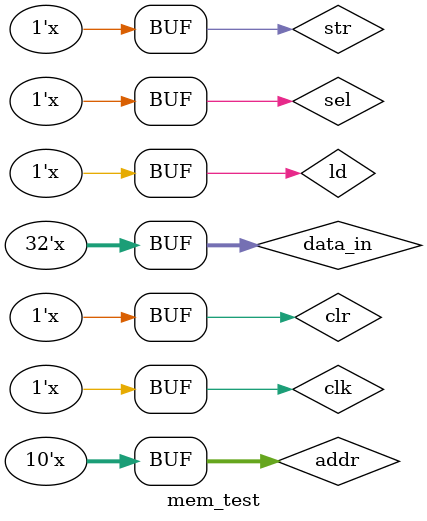
<source format=v>
`timescale 1ns / 1ps


module mem_test();
    reg [0:9]addr;
    reg [0:31]data_in;
    reg str,sel,clk,ld,clr;
    wire [0:31]data_out;
    
    initial
        begin
            addr=10'b0;
            data_in=32'b1;
            str=1;
            sel=1;
            clk=0;
            ld=1;
            clr=0;
            
        end
        always
            #5 clk=~clk;
        always
            #6 str=~str;
        always
            #7 sel=~sel;
        always
            #8 ld=~ld;
        always
            #100 clr=~clr;
        always
            #11 addr=addr+1;
        always
            #6 data_in=data_in+1;
        Mem mem(addr, data_in, str, sel, clk, ld, clr, data_out);
endmodule

</source>
